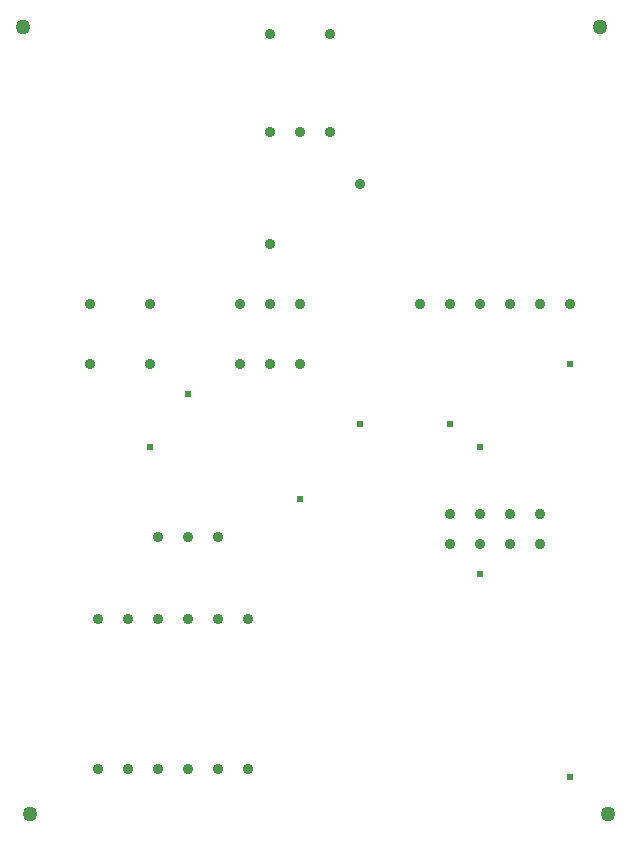
<source format=gbr>
G04 DesignSpark PCB Gerber Version 10.0 Build 5299*
G04 #@! TF.Part,Single*
G04 #@! TF.FilePolarity,Positive*
%FSLAX35Y35*%
%MOIN*%
G04 #@! TA.AperFunction,ViaDrill*
%ADD22C,0.02400*%
G04 #@! TA.AperFunction,MechanicalDrill*
%ADD23C,0.03500*%
G04 #@! TA.AperFunction,ViaDrill*
%ADD72C,0.05000*%
G04 #@! TD.AperFunction*
X0Y0D02*
D02*
D22*
X50600Y130600D03*
X63100Y148100D03*
X100600Y113100D03*
X120600Y138100D03*
X150600D03*
X160600Y88100D03*
Y130600D03*
X190600Y20600D03*
Y158100D03*
D02*
D23*
X30600D03*
Y178100D03*
X33100Y23100D03*
Y73100D03*
X43100Y23100D03*
Y73100D03*
X50600Y158100D03*
Y178100D03*
X53100Y23100D03*
Y73100D03*
Y100600D03*
X63100Y23100D03*
Y73100D03*
Y100600D03*
X73100Y23100D03*
Y73100D03*
Y100600D03*
X80600Y158100D03*
Y178100D03*
X83100Y23100D03*
Y73100D03*
X90600Y158100D03*
Y178100D03*
Y198100D03*
Y235600D03*
Y268100D03*
X100600Y158100D03*
Y178100D03*
Y235600D03*
X110600D03*
Y268100D03*
X120600Y218100D03*
X140600Y178100D03*
X150600Y98100D03*
Y108100D03*
Y178100D03*
X160600Y98100D03*
Y108100D03*
Y178100D03*
X170600Y98100D03*
Y108100D03*
Y178100D03*
X180600Y98100D03*
Y108100D03*
Y178100D03*
X190600D03*
D02*
D72*
X8100Y270600D03*
X10600Y8100D03*
X200600Y270600D03*
X203100Y8100D03*
X0Y0D02*
M02*

</source>
